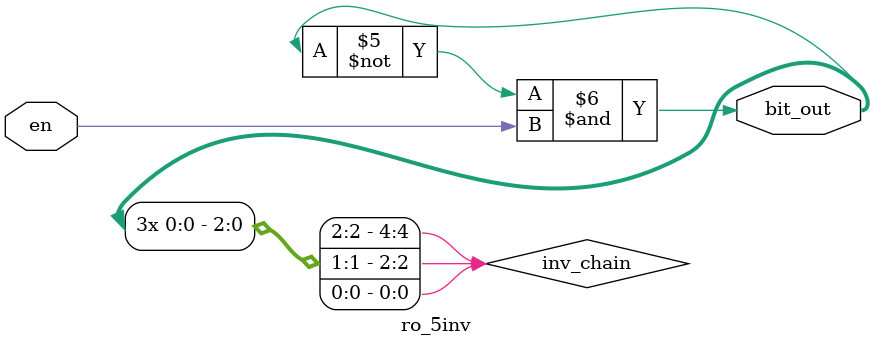
<source format=v>
`timescale 1ns / 1ps

// Cryptographic Engineering Project: Graz University of Technology
// Based on initial design by Sujoy Sinha Roy and Ahmet Can Mert. 
// The codes are for academic research use only and does not come with any support or any responsibility.

//////////////////////////////////////////////////////////////////////////////////

// Ring oscillator with 3 inverters
(* keep_hierarchy = "true" *) module ro_3inv(en, bit_out);
input en;
output bit_out;

(* dont_touch = "true" *) wire [2:0] inv_chain;

assign inv_chain[1] = ~inv_chain[0];
assign inv_chain[2] = ~inv_chain[1];
assign inv_chain[0] = (~inv_chain[2]) & en;

assign bit_out = inv_chain[2];

endmodule


// Ring oscillator with 5 inverters
(* keep_hierarchy = "true" *) module ro_5inv(en, bit_out);
input en;
output bit_out;

(* dont_touch = "true" *) wire [4:0] inv_chain;

assign inv_chain[1] = ~inv_chain[0];
assign inv_chain[2] = ~inv_chain[1];
assign inv_chain[3] = ~inv_chain[2];
assign inv_chain[4] = ~inv_chain[3];
assign inv_chain[0] = (~inv_chain[4]) & en;

assign bit_out = inv_chain[4];

endmodule

</source>
